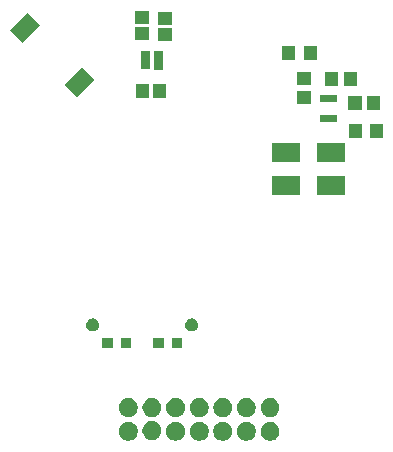
<source format=gts>
G04 #@! TF.GenerationSoftware,KiCad,Pcbnew,5.1.5-52549c5~84~ubuntu18.04.1*
G04 #@! TF.CreationDate,2020-02-21T12:35:27+02:00*
G04 #@! TF.ProjectId,Touch_Switch_1ch,546f7563-685f-4537-9769-7463685f3163,rev?*
G04 #@! TF.SameCoordinates,Original*
G04 #@! TF.FileFunction,Soldermask,Top*
G04 #@! TF.FilePolarity,Negative*
%FSLAX46Y46*%
G04 Gerber Fmt 4.6, Leading zero omitted, Abs format (unit mm)*
G04 Created by KiCad (PCBNEW 5.1.5-52549c5~84~ubuntu18.04.1) date 2020-02-21 12:35:27*
%MOMM*%
%LPD*%
G04 APERTURE LIST*
%ADD10C,0.100000*%
G04 APERTURE END LIST*
D10*
G36*
X96151642Y-71221781D02*
G01*
X96297414Y-71282162D01*
X96297416Y-71282163D01*
X96428608Y-71369822D01*
X96540178Y-71481392D01*
X96627837Y-71612584D01*
X96627838Y-71612586D01*
X96688219Y-71758358D01*
X96719000Y-71913107D01*
X96719000Y-72070893D01*
X96688219Y-72225642D01*
X96648548Y-72321416D01*
X96627837Y-72371416D01*
X96540178Y-72502608D01*
X96428608Y-72614178D01*
X96297416Y-72701837D01*
X96297415Y-72701838D01*
X96297414Y-72701838D01*
X96151642Y-72762219D01*
X95996893Y-72793000D01*
X95839107Y-72793000D01*
X95684358Y-72762219D01*
X95538586Y-72701838D01*
X95538585Y-72701838D01*
X95538584Y-72701837D01*
X95407392Y-72614178D01*
X95295822Y-72502608D01*
X95208163Y-72371416D01*
X95187452Y-72321416D01*
X95147781Y-72225642D01*
X95117000Y-72070893D01*
X95117000Y-71913107D01*
X95147781Y-71758358D01*
X95208162Y-71612586D01*
X95208163Y-71612584D01*
X95295822Y-71481392D01*
X95407392Y-71369822D01*
X95538584Y-71282163D01*
X95538586Y-71282162D01*
X95684358Y-71221781D01*
X95839107Y-71191000D01*
X95996893Y-71191000D01*
X96151642Y-71221781D01*
G37*
G36*
X102151642Y-71221781D02*
G01*
X102297414Y-71282162D01*
X102297416Y-71282163D01*
X102428608Y-71369822D01*
X102540178Y-71481392D01*
X102627837Y-71612584D01*
X102627838Y-71612586D01*
X102688219Y-71758358D01*
X102719000Y-71913107D01*
X102719000Y-72070893D01*
X102688219Y-72225642D01*
X102648548Y-72321416D01*
X102627837Y-72371416D01*
X102540178Y-72502608D01*
X102428608Y-72614178D01*
X102297416Y-72701837D01*
X102297415Y-72701838D01*
X102297414Y-72701838D01*
X102151642Y-72762219D01*
X101996893Y-72793000D01*
X101839107Y-72793000D01*
X101684358Y-72762219D01*
X101538586Y-72701838D01*
X101538585Y-72701838D01*
X101538584Y-72701837D01*
X101407392Y-72614178D01*
X101295822Y-72502608D01*
X101208163Y-72371416D01*
X101187452Y-72321416D01*
X101147781Y-72225642D01*
X101117000Y-72070893D01*
X101117000Y-71913107D01*
X101147781Y-71758358D01*
X101208162Y-71612586D01*
X101208163Y-71612584D01*
X101295822Y-71481392D01*
X101407392Y-71369822D01*
X101538584Y-71282163D01*
X101538586Y-71282162D01*
X101684358Y-71221781D01*
X101839107Y-71191000D01*
X101996893Y-71191000D01*
X102151642Y-71221781D01*
G37*
G36*
X92151642Y-71221781D02*
G01*
X92297414Y-71282162D01*
X92297416Y-71282163D01*
X92428608Y-71369822D01*
X92540178Y-71481392D01*
X92627837Y-71612584D01*
X92627838Y-71612586D01*
X92688219Y-71758358D01*
X92719000Y-71913107D01*
X92719000Y-72070893D01*
X92688219Y-72225642D01*
X92648548Y-72321416D01*
X92627837Y-72371416D01*
X92540178Y-72502608D01*
X92428608Y-72614178D01*
X92297416Y-72701837D01*
X92297415Y-72701838D01*
X92297414Y-72701838D01*
X92151642Y-72762219D01*
X91996893Y-72793000D01*
X91839107Y-72793000D01*
X91684358Y-72762219D01*
X91538586Y-72701838D01*
X91538585Y-72701838D01*
X91538584Y-72701837D01*
X91407392Y-72614178D01*
X91295822Y-72502608D01*
X91208163Y-72371416D01*
X91187452Y-72321416D01*
X91147781Y-72225642D01*
X91117000Y-72070893D01*
X91117000Y-71913107D01*
X91147781Y-71758358D01*
X91208162Y-71612586D01*
X91208163Y-71612584D01*
X91295822Y-71481392D01*
X91407392Y-71369822D01*
X91538584Y-71282163D01*
X91538586Y-71282162D01*
X91684358Y-71221781D01*
X91839107Y-71191000D01*
X91996893Y-71191000D01*
X92151642Y-71221781D01*
G37*
G36*
X100151642Y-71221781D02*
G01*
X100297414Y-71282162D01*
X100297416Y-71282163D01*
X100428608Y-71369822D01*
X100540178Y-71481392D01*
X100627837Y-71612584D01*
X100627838Y-71612586D01*
X100688219Y-71758358D01*
X100719000Y-71913107D01*
X100719000Y-72070893D01*
X100688219Y-72225642D01*
X100648548Y-72321416D01*
X100627837Y-72371416D01*
X100540178Y-72502608D01*
X100428608Y-72614178D01*
X100297416Y-72701837D01*
X100297415Y-72701838D01*
X100297414Y-72701838D01*
X100151642Y-72762219D01*
X99996893Y-72793000D01*
X99839107Y-72793000D01*
X99684358Y-72762219D01*
X99538586Y-72701838D01*
X99538585Y-72701838D01*
X99538584Y-72701837D01*
X99407392Y-72614178D01*
X99295822Y-72502608D01*
X99208163Y-72371416D01*
X99187452Y-72321416D01*
X99147781Y-72225642D01*
X99117000Y-72070893D01*
X99117000Y-71913107D01*
X99147781Y-71758358D01*
X99208162Y-71612586D01*
X99208163Y-71612584D01*
X99295822Y-71481392D01*
X99407392Y-71369822D01*
X99538584Y-71282163D01*
X99538586Y-71282162D01*
X99684358Y-71221781D01*
X99839107Y-71191000D01*
X99996893Y-71191000D01*
X100151642Y-71221781D01*
G37*
G36*
X98151642Y-71221781D02*
G01*
X98297414Y-71282162D01*
X98297416Y-71282163D01*
X98428608Y-71369822D01*
X98540178Y-71481392D01*
X98627837Y-71612584D01*
X98627838Y-71612586D01*
X98688219Y-71758358D01*
X98719000Y-71913107D01*
X98719000Y-72070893D01*
X98688219Y-72225642D01*
X98648548Y-72321416D01*
X98627837Y-72371416D01*
X98540178Y-72502608D01*
X98428608Y-72614178D01*
X98297416Y-72701837D01*
X98297415Y-72701838D01*
X98297414Y-72701838D01*
X98151642Y-72762219D01*
X97996893Y-72793000D01*
X97839107Y-72793000D01*
X97684358Y-72762219D01*
X97538586Y-72701838D01*
X97538585Y-72701838D01*
X97538584Y-72701837D01*
X97407392Y-72614178D01*
X97295822Y-72502608D01*
X97208163Y-72371416D01*
X97187452Y-72321416D01*
X97147781Y-72225642D01*
X97117000Y-72070893D01*
X97117000Y-71913107D01*
X97147781Y-71758358D01*
X97208162Y-71612586D01*
X97208163Y-71612584D01*
X97295822Y-71481392D01*
X97407392Y-71369822D01*
X97538584Y-71282163D01*
X97538586Y-71282162D01*
X97684358Y-71221781D01*
X97839107Y-71191000D01*
X97996893Y-71191000D01*
X98151642Y-71221781D01*
G37*
G36*
X104151642Y-71221781D02*
G01*
X104297414Y-71282162D01*
X104297416Y-71282163D01*
X104428608Y-71369822D01*
X104540178Y-71481392D01*
X104627837Y-71612584D01*
X104627838Y-71612586D01*
X104688219Y-71758358D01*
X104719000Y-71913107D01*
X104719000Y-72070893D01*
X104688219Y-72225642D01*
X104648548Y-72321416D01*
X104627837Y-72371416D01*
X104540178Y-72502608D01*
X104428608Y-72614178D01*
X104297416Y-72701837D01*
X104297415Y-72701838D01*
X104297414Y-72701838D01*
X104151642Y-72762219D01*
X103996893Y-72793000D01*
X103839107Y-72793000D01*
X103684358Y-72762219D01*
X103538586Y-72701838D01*
X103538585Y-72701838D01*
X103538584Y-72701837D01*
X103407392Y-72614178D01*
X103295822Y-72502608D01*
X103208163Y-72371416D01*
X103187452Y-72321416D01*
X103147781Y-72225642D01*
X103117000Y-72070893D01*
X103117000Y-71913107D01*
X103147781Y-71758358D01*
X103208162Y-71612586D01*
X103208163Y-71612584D01*
X103295822Y-71481392D01*
X103407392Y-71369822D01*
X103538584Y-71282163D01*
X103538586Y-71282162D01*
X103684358Y-71221781D01*
X103839107Y-71191000D01*
X103996893Y-71191000D01*
X104151642Y-71221781D01*
G37*
G36*
X94151642Y-71171781D02*
G01*
X94297414Y-71232162D01*
X94297416Y-71232163D01*
X94428608Y-71319822D01*
X94540178Y-71431392D01*
X94573587Y-71481393D01*
X94627838Y-71562586D01*
X94688219Y-71708358D01*
X94719000Y-71863107D01*
X94719000Y-72020893D01*
X94688219Y-72175642D01*
X94627838Y-72321414D01*
X94627837Y-72321416D01*
X94540178Y-72452608D01*
X94428608Y-72564178D01*
X94297416Y-72651837D01*
X94297415Y-72651838D01*
X94297414Y-72651838D01*
X94151642Y-72712219D01*
X93996893Y-72743000D01*
X93839107Y-72743000D01*
X93684358Y-72712219D01*
X93538586Y-72651838D01*
X93538585Y-72651838D01*
X93538584Y-72651837D01*
X93407392Y-72564178D01*
X93295822Y-72452608D01*
X93208163Y-72321416D01*
X93208162Y-72321414D01*
X93147781Y-72175642D01*
X93117000Y-72020893D01*
X93117000Y-71863107D01*
X93147781Y-71708358D01*
X93208162Y-71562586D01*
X93262413Y-71481393D01*
X93295822Y-71431392D01*
X93407392Y-71319822D01*
X93538584Y-71232163D01*
X93538586Y-71232162D01*
X93684358Y-71171781D01*
X93839107Y-71141000D01*
X93996893Y-71141000D01*
X94151642Y-71171781D01*
G37*
G36*
X98151642Y-69221781D02*
G01*
X98297414Y-69282162D01*
X98297416Y-69282163D01*
X98428608Y-69369822D01*
X98540178Y-69481392D01*
X98627837Y-69612584D01*
X98627838Y-69612586D01*
X98688219Y-69758358D01*
X98719000Y-69913107D01*
X98719000Y-70070893D01*
X98688219Y-70225642D01*
X98627838Y-70371414D01*
X98627837Y-70371416D01*
X98540178Y-70502608D01*
X98428608Y-70614178D01*
X98297416Y-70701837D01*
X98297415Y-70701838D01*
X98297414Y-70701838D01*
X98151642Y-70762219D01*
X97996893Y-70793000D01*
X97839107Y-70793000D01*
X97684358Y-70762219D01*
X97538586Y-70701838D01*
X97538585Y-70701838D01*
X97538584Y-70701837D01*
X97407392Y-70614178D01*
X97295822Y-70502608D01*
X97208163Y-70371416D01*
X97208162Y-70371414D01*
X97147781Y-70225642D01*
X97117000Y-70070893D01*
X97117000Y-69913107D01*
X97147781Y-69758358D01*
X97208162Y-69612586D01*
X97208163Y-69612584D01*
X97295822Y-69481392D01*
X97407392Y-69369822D01*
X97538584Y-69282163D01*
X97538586Y-69282162D01*
X97684358Y-69221781D01*
X97839107Y-69191000D01*
X97996893Y-69191000D01*
X98151642Y-69221781D01*
G37*
G36*
X96151642Y-69221781D02*
G01*
X96297414Y-69282162D01*
X96297416Y-69282163D01*
X96428608Y-69369822D01*
X96540178Y-69481392D01*
X96627837Y-69612584D01*
X96627838Y-69612586D01*
X96688219Y-69758358D01*
X96719000Y-69913107D01*
X96719000Y-70070893D01*
X96688219Y-70225642D01*
X96627838Y-70371414D01*
X96627837Y-70371416D01*
X96540178Y-70502608D01*
X96428608Y-70614178D01*
X96297416Y-70701837D01*
X96297415Y-70701838D01*
X96297414Y-70701838D01*
X96151642Y-70762219D01*
X95996893Y-70793000D01*
X95839107Y-70793000D01*
X95684358Y-70762219D01*
X95538586Y-70701838D01*
X95538585Y-70701838D01*
X95538584Y-70701837D01*
X95407392Y-70614178D01*
X95295822Y-70502608D01*
X95208163Y-70371416D01*
X95208162Y-70371414D01*
X95147781Y-70225642D01*
X95117000Y-70070893D01*
X95117000Y-69913107D01*
X95147781Y-69758358D01*
X95208162Y-69612586D01*
X95208163Y-69612584D01*
X95295822Y-69481392D01*
X95407392Y-69369822D01*
X95538584Y-69282163D01*
X95538586Y-69282162D01*
X95684358Y-69221781D01*
X95839107Y-69191000D01*
X95996893Y-69191000D01*
X96151642Y-69221781D01*
G37*
G36*
X100151642Y-69221781D02*
G01*
X100297414Y-69282162D01*
X100297416Y-69282163D01*
X100428608Y-69369822D01*
X100540178Y-69481392D01*
X100627837Y-69612584D01*
X100627838Y-69612586D01*
X100688219Y-69758358D01*
X100719000Y-69913107D01*
X100719000Y-70070893D01*
X100688219Y-70225642D01*
X100627838Y-70371414D01*
X100627837Y-70371416D01*
X100540178Y-70502608D01*
X100428608Y-70614178D01*
X100297416Y-70701837D01*
X100297415Y-70701838D01*
X100297414Y-70701838D01*
X100151642Y-70762219D01*
X99996893Y-70793000D01*
X99839107Y-70793000D01*
X99684358Y-70762219D01*
X99538586Y-70701838D01*
X99538585Y-70701838D01*
X99538584Y-70701837D01*
X99407392Y-70614178D01*
X99295822Y-70502608D01*
X99208163Y-70371416D01*
X99208162Y-70371414D01*
X99147781Y-70225642D01*
X99117000Y-70070893D01*
X99117000Y-69913107D01*
X99147781Y-69758358D01*
X99208162Y-69612586D01*
X99208163Y-69612584D01*
X99295822Y-69481392D01*
X99407392Y-69369822D01*
X99538584Y-69282163D01*
X99538586Y-69282162D01*
X99684358Y-69221781D01*
X99839107Y-69191000D01*
X99996893Y-69191000D01*
X100151642Y-69221781D01*
G37*
G36*
X102151642Y-69221781D02*
G01*
X102297414Y-69282162D01*
X102297416Y-69282163D01*
X102428608Y-69369822D01*
X102540178Y-69481392D01*
X102627837Y-69612584D01*
X102627838Y-69612586D01*
X102688219Y-69758358D01*
X102719000Y-69913107D01*
X102719000Y-70070893D01*
X102688219Y-70225642D01*
X102627838Y-70371414D01*
X102627837Y-70371416D01*
X102540178Y-70502608D01*
X102428608Y-70614178D01*
X102297416Y-70701837D01*
X102297415Y-70701838D01*
X102297414Y-70701838D01*
X102151642Y-70762219D01*
X101996893Y-70793000D01*
X101839107Y-70793000D01*
X101684358Y-70762219D01*
X101538586Y-70701838D01*
X101538585Y-70701838D01*
X101538584Y-70701837D01*
X101407392Y-70614178D01*
X101295822Y-70502608D01*
X101208163Y-70371416D01*
X101208162Y-70371414D01*
X101147781Y-70225642D01*
X101117000Y-70070893D01*
X101117000Y-69913107D01*
X101147781Y-69758358D01*
X101208162Y-69612586D01*
X101208163Y-69612584D01*
X101295822Y-69481392D01*
X101407392Y-69369822D01*
X101538584Y-69282163D01*
X101538586Y-69282162D01*
X101684358Y-69221781D01*
X101839107Y-69191000D01*
X101996893Y-69191000D01*
X102151642Y-69221781D01*
G37*
G36*
X104151642Y-69221781D02*
G01*
X104297414Y-69282162D01*
X104297416Y-69282163D01*
X104428608Y-69369822D01*
X104540178Y-69481392D01*
X104627837Y-69612584D01*
X104627838Y-69612586D01*
X104688219Y-69758358D01*
X104719000Y-69913107D01*
X104719000Y-70070893D01*
X104688219Y-70225642D01*
X104627838Y-70371414D01*
X104627837Y-70371416D01*
X104540178Y-70502608D01*
X104428608Y-70614178D01*
X104297416Y-70701837D01*
X104297415Y-70701838D01*
X104297414Y-70701838D01*
X104151642Y-70762219D01*
X103996893Y-70793000D01*
X103839107Y-70793000D01*
X103684358Y-70762219D01*
X103538586Y-70701838D01*
X103538585Y-70701838D01*
X103538584Y-70701837D01*
X103407392Y-70614178D01*
X103295822Y-70502608D01*
X103208163Y-70371416D01*
X103208162Y-70371414D01*
X103147781Y-70225642D01*
X103117000Y-70070893D01*
X103117000Y-69913107D01*
X103147781Y-69758358D01*
X103208162Y-69612586D01*
X103208163Y-69612584D01*
X103295822Y-69481392D01*
X103407392Y-69369822D01*
X103538584Y-69282163D01*
X103538586Y-69282162D01*
X103684358Y-69221781D01*
X103839107Y-69191000D01*
X103996893Y-69191000D01*
X104151642Y-69221781D01*
G37*
G36*
X94151642Y-69221781D02*
G01*
X94297414Y-69282162D01*
X94297416Y-69282163D01*
X94428608Y-69369822D01*
X94540178Y-69481392D01*
X94627837Y-69612584D01*
X94627838Y-69612586D01*
X94688219Y-69758358D01*
X94719000Y-69913107D01*
X94719000Y-70070893D01*
X94688219Y-70225642D01*
X94627838Y-70371414D01*
X94627837Y-70371416D01*
X94540178Y-70502608D01*
X94428608Y-70614178D01*
X94297416Y-70701837D01*
X94297415Y-70701838D01*
X94297414Y-70701838D01*
X94151642Y-70762219D01*
X93996893Y-70793000D01*
X93839107Y-70793000D01*
X93684358Y-70762219D01*
X93538586Y-70701838D01*
X93538585Y-70701838D01*
X93538584Y-70701837D01*
X93407392Y-70614178D01*
X93295822Y-70502608D01*
X93208163Y-70371416D01*
X93208162Y-70371414D01*
X93147781Y-70225642D01*
X93117000Y-70070893D01*
X93117000Y-69913107D01*
X93147781Y-69758358D01*
X93208162Y-69612586D01*
X93208163Y-69612584D01*
X93295822Y-69481392D01*
X93407392Y-69369822D01*
X93538584Y-69282163D01*
X93538586Y-69282162D01*
X93684358Y-69221781D01*
X93839107Y-69191000D01*
X93996893Y-69191000D01*
X94151642Y-69221781D01*
G37*
G36*
X92151642Y-69221781D02*
G01*
X92297414Y-69282162D01*
X92297416Y-69282163D01*
X92428608Y-69369822D01*
X92540178Y-69481392D01*
X92627837Y-69612584D01*
X92627838Y-69612586D01*
X92688219Y-69758358D01*
X92719000Y-69913107D01*
X92719000Y-70070893D01*
X92688219Y-70225642D01*
X92627838Y-70371414D01*
X92627837Y-70371416D01*
X92540178Y-70502608D01*
X92428608Y-70614178D01*
X92297416Y-70701837D01*
X92297415Y-70701838D01*
X92297414Y-70701838D01*
X92151642Y-70762219D01*
X91996893Y-70793000D01*
X91839107Y-70793000D01*
X91684358Y-70762219D01*
X91538586Y-70701838D01*
X91538585Y-70701838D01*
X91538584Y-70701837D01*
X91407392Y-70614178D01*
X91295822Y-70502608D01*
X91208163Y-70371416D01*
X91208162Y-70371414D01*
X91147781Y-70225642D01*
X91117000Y-70070893D01*
X91117000Y-69913107D01*
X91147781Y-69758358D01*
X91208162Y-69612586D01*
X91208163Y-69612584D01*
X91295822Y-69481392D01*
X91407392Y-69369822D01*
X91538584Y-69282163D01*
X91538586Y-69282162D01*
X91684358Y-69221781D01*
X91839107Y-69191000D01*
X91996893Y-69191000D01*
X92151642Y-69221781D01*
G37*
G36*
X90583000Y-64967000D02*
G01*
X89681000Y-64967000D01*
X89681000Y-64065000D01*
X90583000Y-64065000D01*
X90583000Y-64967000D01*
G37*
G36*
X92183000Y-64967000D02*
G01*
X91281000Y-64967000D01*
X91281000Y-64065000D01*
X92183000Y-64065000D01*
X92183000Y-64967000D01*
G37*
G36*
X94901000Y-64967000D02*
G01*
X93999000Y-64967000D01*
X93999000Y-64065000D01*
X94901000Y-64065000D01*
X94901000Y-64967000D01*
G37*
G36*
X96501000Y-64967000D02*
G01*
X95599000Y-64967000D01*
X95599000Y-64065000D01*
X96501000Y-64065000D01*
X96501000Y-64967000D01*
G37*
G36*
X97442721Y-62462174D02*
G01*
X97542995Y-62503709D01*
X97542996Y-62503710D01*
X97633242Y-62564010D01*
X97709990Y-62640758D01*
X97709991Y-62640760D01*
X97770291Y-62731005D01*
X97811826Y-62831279D01*
X97833000Y-62937730D01*
X97833000Y-63046270D01*
X97811826Y-63152721D01*
X97770291Y-63252995D01*
X97770290Y-63252996D01*
X97709990Y-63343242D01*
X97633242Y-63419990D01*
X97587812Y-63450345D01*
X97542995Y-63480291D01*
X97442721Y-63521826D01*
X97336270Y-63543000D01*
X97227730Y-63543000D01*
X97121279Y-63521826D01*
X97021005Y-63480291D01*
X96976188Y-63450345D01*
X96930758Y-63419990D01*
X96854010Y-63343242D01*
X96793710Y-63252996D01*
X96793709Y-63252995D01*
X96752174Y-63152721D01*
X96731000Y-63046270D01*
X96731000Y-62937730D01*
X96752174Y-62831279D01*
X96793709Y-62731005D01*
X96854009Y-62640760D01*
X96854010Y-62640758D01*
X96930758Y-62564010D01*
X97021004Y-62503710D01*
X97021005Y-62503709D01*
X97121279Y-62462174D01*
X97227730Y-62441000D01*
X97336270Y-62441000D01*
X97442721Y-62462174D01*
G37*
G36*
X89060721Y-62462174D02*
G01*
X89160995Y-62503709D01*
X89160996Y-62503710D01*
X89251242Y-62564010D01*
X89327990Y-62640758D01*
X89327991Y-62640760D01*
X89388291Y-62731005D01*
X89429826Y-62831279D01*
X89451000Y-62937730D01*
X89451000Y-63046270D01*
X89429826Y-63152721D01*
X89388291Y-63252995D01*
X89388290Y-63252996D01*
X89327990Y-63343242D01*
X89251242Y-63419990D01*
X89205812Y-63450345D01*
X89160995Y-63480291D01*
X89060721Y-63521826D01*
X88954270Y-63543000D01*
X88845730Y-63543000D01*
X88739279Y-63521826D01*
X88639005Y-63480291D01*
X88594188Y-63450345D01*
X88548758Y-63419990D01*
X88472010Y-63343242D01*
X88411710Y-63252996D01*
X88411709Y-63252995D01*
X88370174Y-63152721D01*
X88349000Y-63046270D01*
X88349000Y-62937730D01*
X88370174Y-62831279D01*
X88411709Y-62731005D01*
X88472009Y-62640760D01*
X88472010Y-62640758D01*
X88548758Y-62564010D01*
X88639004Y-62503710D01*
X88639005Y-62503709D01*
X88739279Y-62462174D01*
X88845730Y-62441000D01*
X88954270Y-62441000D01*
X89060721Y-62462174D01*
G37*
G36*
X106464500Y-51956000D02*
G01*
X104101500Y-51956000D01*
X104101500Y-50406000D01*
X106464500Y-50406000D01*
X106464500Y-51956000D01*
G37*
G36*
X110248500Y-51956000D02*
G01*
X107885500Y-51956000D01*
X107885500Y-50406000D01*
X110248500Y-50406000D01*
X110248500Y-51956000D01*
G37*
G36*
X110248500Y-49162000D02*
G01*
X107885500Y-49162000D01*
X107885500Y-47612000D01*
X110248500Y-47612000D01*
X110248500Y-49162000D01*
G37*
G36*
X106464500Y-49162000D02*
G01*
X104101500Y-49162000D01*
X104101500Y-47612000D01*
X106464500Y-47612000D01*
X106464500Y-49162000D01*
G37*
G36*
X113476000Y-47210000D02*
G01*
X112374000Y-47210000D01*
X112374000Y-46008000D01*
X113476000Y-46008000D01*
X113476000Y-47210000D01*
G37*
G36*
X111676000Y-47210000D02*
G01*
X110574000Y-47210000D01*
X110574000Y-46008000D01*
X111676000Y-46008000D01*
X111676000Y-47210000D01*
G37*
G36*
X109548000Y-45855000D02*
G01*
X108130000Y-45855000D01*
X108130000Y-45253000D01*
X109548000Y-45253000D01*
X109548000Y-45855000D01*
G37*
G36*
X111664000Y-44797000D02*
G01*
X110562000Y-44797000D01*
X110562000Y-43595000D01*
X111664000Y-43595000D01*
X111664000Y-44797000D01*
G37*
G36*
X113264000Y-44797000D02*
G01*
X112162000Y-44797000D01*
X112162000Y-43595000D01*
X113264000Y-43595000D01*
X113264000Y-44797000D01*
G37*
G36*
X107409000Y-44292000D02*
G01*
X106207000Y-44292000D01*
X106207000Y-43190000D01*
X107409000Y-43190000D01*
X107409000Y-44292000D01*
G37*
G36*
X109548000Y-44155000D02*
G01*
X108130000Y-44155000D01*
X108130000Y-43553000D01*
X109548000Y-43553000D01*
X109548000Y-44155000D01*
G37*
G36*
X93704000Y-43781000D02*
G01*
X92602000Y-43781000D01*
X92602000Y-42579000D01*
X93704000Y-42579000D01*
X93704000Y-43781000D01*
G37*
G36*
X95104000Y-43781000D02*
G01*
X94002000Y-43781000D01*
X94002000Y-42579000D01*
X95104000Y-42579000D01*
X95104000Y-43781000D01*
G37*
G36*
X89043303Y-42217965D02*
G01*
X87556965Y-43704303D01*
X86494891Y-42642229D01*
X87981229Y-41155891D01*
X89043303Y-42217965D01*
G37*
G36*
X109645000Y-42765000D02*
G01*
X108543000Y-42765000D01*
X108543000Y-41563000D01*
X109645000Y-41563000D01*
X109645000Y-42765000D01*
G37*
G36*
X111245000Y-42765000D02*
G01*
X110143000Y-42765000D01*
X110143000Y-41563000D01*
X111245000Y-41563000D01*
X111245000Y-42765000D01*
G37*
G36*
X107409000Y-42692000D02*
G01*
X106207000Y-42692000D01*
X106207000Y-41590000D01*
X107409000Y-41590000D01*
X107409000Y-42692000D01*
G37*
G36*
X94864000Y-41372000D02*
G01*
X94112000Y-41372000D01*
X94112000Y-39822000D01*
X94864000Y-39822000D01*
X94864000Y-41372000D01*
G37*
G36*
X93721000Y-41331000D02*
G01*
X92969000Y-41331000D01*
X92969000Y-39781000D01*
X93721000Y-39781000D01*
X93721000Y-41331000D01*
G37*
G36*
X107866000Y-40606000D02*
G01*
X106764000Y-40606000D01*
X106764000Y-39404000D01*
X107866000Y-39404000D01*
X107866000Y-40606000D01*
G37*
G36*
X106066000Y-40606000D02*
G01*
X104964000Y-40606000D01*
X104964000Y-39404000D01*
X106066000Y-39404000D01*
X106066000Y-40606000D01*
G37*
G36*
X84447109Y-37621771D02*
G01*
X82960771Y-39108109D01*
X81898697Y-38046035D01*
X83385035Y-36559697D01*
X84447109Y-37621771D01*
G37*
G36*
X95597000Y-38970000D02*
G01*
X94395000Y-38970000D01*
X94395000Y-37868000D01*
X95597000Y-37868000D01*
X95597000Y-38970000D01*
G37*
G36*
X93692000Y-38905000D02*
G01*
X92490000Y-38905000D01*
X92490000Y-37803000D01*
X93692000Y-37803000D01*
X93692000Y-38905000D01*
G37*
G36*
X95597000Y-37570000D02*
G01*
X94395000Y-37570000D01*
X94395000Y-36468000D01*
X95597000Y-36468000D01*
X95597000Y-37570000D01*
G37*
G36*
X93692000Y-37505000D02*
G01*
X92490000Y-37505000D01*
X92490000Y-36403000D01*
X93692000Y-36403000D01*
X93692000Y-37505000D01*
G37*
M02*

</source>
